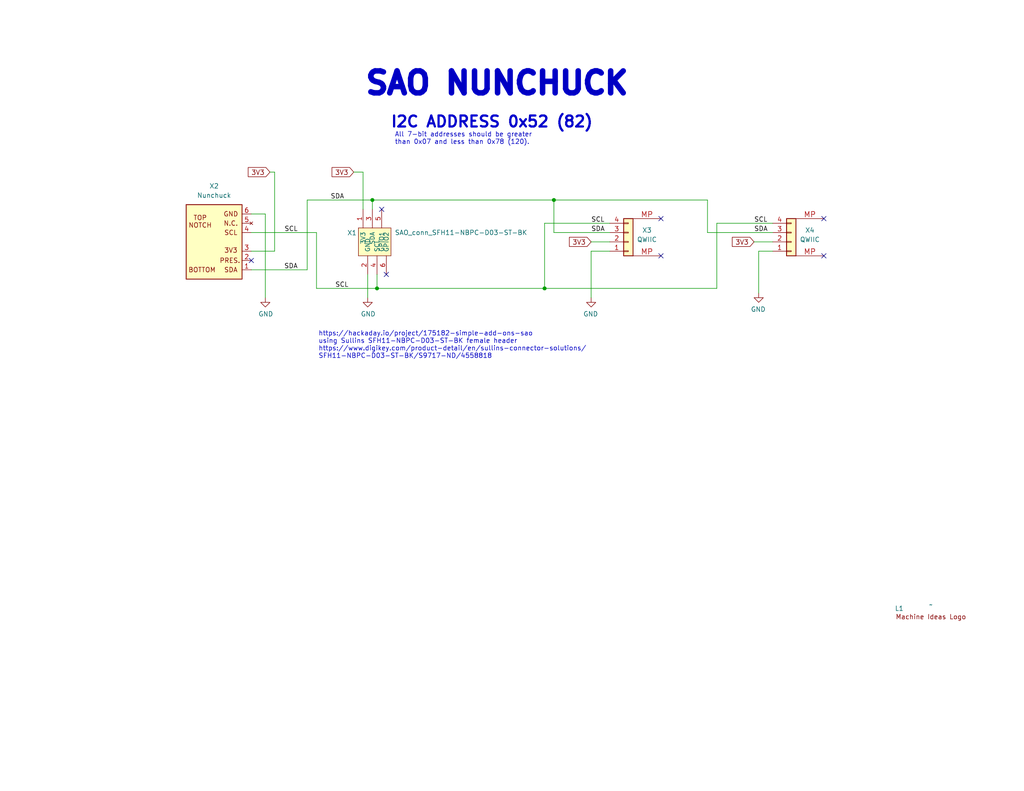
<source format=kicad_sch>
(kicad_sch (version 20231120) (generator "eeschema") (generator_version "8.0")
  (paper "A")
  (title_block (title "SAO Nunchuck") (date "2024-09-24") (rev "1.0") (company "Design by Andy and Jared Geppert @ www.MachineIdeas.com") (comment 4 "All non-polarized capacitors are X7R or X5R ceramic unless otherwise noted."))
  (lib_symbols
    (symbol "ANDY_SYMBOL_LIBRARY:Connector_QWIIC_4x1_MP" (pin_names (offset 1.016) hide)
      (property "Reference" "X4" (at 5.08 -3.175 0))
      (property "Value" "QWIIC" (at 5.08 -0.635 0))
      (symbol "Connector_QWIIC_4x1_MP_1_1"
        (rectangle (start -1.27 -4.953) (end 0 -5.207) (stroke (width 0.1524)))
        (rectangle (start -1.27 -2.413) (end 0 -2.667) (stroke (width 0.1524)))
        (rectangle (start -1.27 0.127) (end 0 -0.127) (stroke (width 0.1524)))
        (rectangle (start -1.27 2.667) (end 0 2.413) (stroke (width 0.1524)))
        (rectangle (start -1.27 3.81) (end 1.27 -6.35) (stroke (width 0.254)) (fill (type background)))
        (pin passive line (at -5.08 2.54 0) (length 3.81) (name "Pin_1") (number "1"))
        (pin passive line (at -5.08 0 0) (length 3.81) (name "Pin_2") (number "2"))
        (pin passive line (at -5.08 -2.54 0) (length 3.81) (name "Pin_3") (number "3"))
        (pin passive line (at -5.08 -5.08 0) (length 3.81) (name "Pin_4") (number "4"))
        (pin free line (at 8.89 -6.35 180) (length 7.62) (name "MP") (number "MP"))
        (pin free line (at 8.89 3.81 180) (length 7.62) (name "MP") (number "MP"))
      )
    )
    (symbol "ANDY_SYMBOL_LIBRARY:GND" (power) (pin_names (offset 0))
      (property "Value" "GND" (at 3.937 -1.905 0))
      (symbol "GND_0_1"
        (polyline (pts (xy 0 0) (xy 0 -1.27) (xy 1.27 -1.27) (xy 0 -2.54) (xy -1.27 -1.27) (xy 0 -1.27)))
      )
      (symbol "GND_1_1"
        (pin power_in line (at 0 0 270) (length 0) hide (name "GND") (number "1"))
      )
    )
    (symbol "ANDY_SYMBOL_LIBRARY:Machine_Ideas_Logo"
      (property "Reference" "L" (at 0 0 0))
      (symbol "Machine_Ideas_Logo_1_1"
        (text "Machine Ideas Logo" (at 8.89 -2.032 0) (effects (font (size 1.27 1.27))))
      )
    )
    (symbol "ANDY_SYMBOL_LIBRARY:Nunchuck-male" (pin_names (offset 1.016))
      (property "Reference" "J" (at -5.08 13.97 0))
      (property "Value" "Nunchuck-male" (at 2.54 13.97 0))
      (symbol "Nunchuck-male_0_1"
        (rectangle (start -7.62 10.16) (end 7.62 -10.16) (stroke (width 0.254)) (fill (type background)))
      )
      (symbol "Nunchuck-male_1_1"
        (text "3V3" (at 4.572 -2.286 0) (effects (font (size 1.27 1.27))))
        (text "BOTTOM" (at -3.302 -7.62 0) (effects (font (size 1.27 1.27))))
        (text "GND" (at 4.572 7.62 0) (effects (font (size 1.27 1.27))))
        (text "N.C." (at 4.572 5.08 0) (effects (font (size 1.27 1.27))))
        (text "PRES." (at 4.318 -5.08 0) (effects (font (size 1.27 1.27))))
        (text "SCL" (at 4.572 2.54 0) (effects (font (size 1.27 1.27))))
        (text "SDA" (at 4.572 -7.62 0) (effects (font (size 1.27 1.27))))
        (text "TOP\nNOTCH" (at -3.81 5.588 0) (effects (font (size 1.27 1.27))))
        (pin bidirectional line (at 10.16 -7.62 180) (length 2.54) (name "~") (number "1"))
        (pin output line (at 10.16 -5.08 180) (length 2.54) (name "~") (number "2"))
        (pin input line (at 10.16 -2.54 180) (length 2.54) (name "~") (number "3"))
        (pin passive line (at 10.16 2.54 180) (length 2.54) (name "~") (number "4"))
        (pin no_connect line (at 10.16 5.08 180) (length 2.54) (name "~") (number "5"))
        (pin power_in line (at 10.16 7.62 180) (length 2.54) (name "~") (number "6"))
      )
    )
    (symbol "ANDY_SYMBOL_LIBRARY:SAO_conn_SFH11-NBPC-D03-ST-BK-badgelife_shitty_addon_v169bis" (pin_names (offset 1.016))
      (property "Reference" "X1" (at -8.1534 1.1938 0))
      (property "Value" "SAO_conn_SFH11-NBPC-D03-ST-BK" (at -10.6934 -18.9484 0))
      (symbol "SAO_conn_SFH11-NBPC-D03-ST-BK-badgelife_shitty_addon_v169bis_0_1"
        (rectangle (start -5.08 2.54) (end 3.81 -5.08) (fill (type background)))
      )
      (symbol "SAO_conn_SFH11-NBPC-D03-ST-BK-badgelife_shitty_addon_v169bis_1_1"
        (pin input line (at -3.81 7.62 270) (length 5.08) (name "3V3") (number "1"))
        (pin input line (at -2.54 -10.16 90) (length 5.08) (name "GND") (number "2"))
        (pin bidirectional line (at -1.27 7.62 270) (length 5.08) (name "SDA") (number "3"))
        (pin bidirectional line (at 0 -10.16 90) (length 5.08) (name "SCL") (number "4"))
        (pin bidirectional line (at 1.27 7.62 270) (length 5.08) (name "GPIO1") (number "5"))
        (pin bidirectional line (at 2.54 -10.16 90) (length 5.08) (name "GPIO2") (number "6"))
      )
    )
    (symbol "GND_1" (power) (pin_numbers hide) (pin_names (offset 0) hide)
      (property "Value" "GND" (at 0 -3.81 0))
      (symbol "GND_1_0_1"
        (polyline (pts (xy 0 0) (xy 0 -1.27) (xy 1.27 -1.27) (xy 0 -2.54) (xy -1.27 -1.27) (xy 0 -1.27)))
      )
      (symbol "GND_1_1_1"
        (pin power_in line (at 0 0 270) (length 0) (name "~") (number "1"))
      )
    )
    (symbol "power:GND" (power) (pin_names (offset 0))
      (property "Value" "GND" (at 0 -3.81 0))
      (symbol "GND_0_1"
        (polyline (pts (xy 0 0) (xy 0 -1.27) (xy 1.27 -1.27) (xy 0 -2.54) (xy -1.27 -1.27) (xy 0 -1.27)))
      )
      (symbol "GND_1_1"
        (pin power_in line (at 0 0 270) (length 0) hide (name "GND") (number "1"))
      )
    )
  )
  (bus_alias "CA_SHIFT_REGISTER_BUS" (members "CM_SR_CLK" "CM_SR_LAT" "CM_SR_~{OE}" "CM_SR_SER1"))
  (bus_alias "CM_TRANSISTOR_DRIVE_BUS" (members "CM_Q1N" "CM_Q1P" "CM_Q2N" "CM_Q2P" "CM_Q3N" "CM_Q3P" "CM_Q4N" "CM_Q4P" "CM_Q5N" "CM_Q5P" "CM_Q6N" "CM_Q6P" "CM_Q7N" "CM_Q7P" "CM_Q8N" "CM_Q8P" "CM_Q9N" "CM_Q9P" "CM_Q10N" "CM_Q10P" "CA_SR_GPO_A" "CA_SR_GPO_B" "CA_SR_GPO_C" "CA_SR_GPO_D"))
  (bus_alias "GPIO_CPS_BUS" (members "GPIO1_CP1_SAO1" "GPIO2_CP2_SAO2" "GPIO3_CP3_DC" "GPIO4_CP4_CS2" "GPIO5_CP5_HS1" "GPIO6_CP6_HS2" "GPIO7_CP7_HS3" "GPIO8_CP8_HS4"))
  (bus_alias "I2C_3V3_BUS" (members "I2C_3V3_SCL" "I2C_3V3_SDA"))
  (bus_alias "SPI_3V3_BUS" (members "SPI_CD" "SPI_RESET" "SPI_SDI" "SPI_CS1" "SPI_CLK" "SPI_SDO"))
  (junction (at 151.13 54.61))
  (junction (at 148.59 78.74))
  (junction (at 101.6 54.61))
  (junction (at 102.87 78.74))
  (no_connect (at 105.41 74.93))
  (no_connect (at 180.34 69.85))
  (no_connect (at 104.14 57.15))
  (no_connect (at 224.79 59.69))
  (no_connect (at 68.58 71.12))
  (no_connect (at 180.34 59.69))
  (no_connect (at 224.79 69.85))
  (wire (pts (xy 68.58 73.66) (xy 83.82 73.66)))
  (wire (pts (xy 102.87 78.74) (xy 102.87 74.93)))
  (wire (pts (xy 101.6 54.61) (xy 151.13 54.61)))
  (wire (pts (xy 195.58 60.96) (xy 210.82 60.96)))
  (wire (pts (xy 86.36 63.5) (xy 86.36 78.74)))
  (wire (pts (xy 96.52 46.99) (xy 99.06 46.99)))
  (wire (pts (xy 102.87 78.74) (xy 148.59 78.74)))
  (wire (pts (xy 195.58 60.96) (xy 195.58 78.74)))
  (wire (pts (xy 68.58 58.42) (xy 72.39 58.42)))
  (wire (pts (xy 148.59 78.74) (xy 195.58 78.74)))
  (wire (pts (xy 166.37 68.58) (xy 161.29 68.58)))
  (wire (pts (xy 166.37 66.04) (xy 161.29 66.04)))
  (wire (pts (xy 148.59 78.74) (xy 148.59 60.96)))
  (wire (pts (xy 83.82 54.61) (xy 101.6 54.61)))
  (wire (pts (xy 210.82 66.04) (xy 205.74 66.04)))
  (wire (pts (xy 101.6 54.61) (xy 101.6 57.15)))
  (wire (pts (xy 73.66 46.99) (xy 74.93 46.99)))
  (wire (pts (xy 161.29 68.58) (xy 161.29 81.28)))
  (wire (pts (xy 74.93 46.99) (xy 74.93 68.58)))
  (wire (pts (xy 68.58 63.5) (xy 86.36 63.5)))
  (wire (pts (xy 193.04 63.5) (xy 193.04 54.61)))
  (wire (pts (xy 193.04 63.5) (xy 210.82 63.5)))
  (wire (pts (xy 83.82 54.61) (xy 83.82 73.66)))
  (wire (pts (xy 72.39 58.42) (xy 72.39 81.28)))
  (wire (pts (xy 74.93 68.58) (xy 68.58 68.58)))
  (wire (pts (xy 100.33 81.28) (xy 100.33 74.93)))
  (wire (pts (xy 148.59 60.96) (xy 166.37 60.96)))
  (wire (pts (xy 207.01 80.01) (xy 207.01 68.58)))
  (wire (pts (xy 151.13 54.61) (xy 193.04 54.61)))
  (wire (pts (xy 151.13 63.5) (xy 151.13 54.61)))
  (wire (pts (xy 207.01 68.58) (xy 210.82 68.58)))
  (wire (pts (xy 166.37 63.5) (xy 151.13 63.5)))
  (wire (pts (xy 102.87 78.74) (xy 86.36 78.74)))
  (wire (pts (xy 99.06 46.99) (xy 99.06 57.15)))
  (text "https://hackaday.io/project/175182-simple-add-ons-sao\nusing Sullins SFH11-NBPC-D03-ST-BK female header\nhttps://www.digikey.com/product-detail/en/sullins-connector-solutions/\nSFH11-NBPC-D03-ST-BK/S9717-ND/4558818" (at 86.868 98.044 0) (effects (font (size 1.27 1.27)) (justify left bottom)))
  (text "I2C ADDRESS 0x52 (82)" (at 106.426 35.179 0) (effects (font (size 2.9972 2.9972) (thickness 0.5994) (bold yes)) (justify left bottom)))
  (text "SAO NUNCHUCK" (at 99.06 26.416 0) (effects (font (size 6 6) (thickness 1.6) (bold yes)) (justify left bottom)))
  (text "All 7-bit addresses should be greater\nthan 0x07 and less than 0x78 (120)." (at 107.696 39.624 0) (effects (font (size 1.27 1.27)) (justify left bottom)))
  (label "SDA" (at 90.17 54.61 0))
  (label "SCL" (at 91.44 78.74 0))
  (label "SCL" (at 205.74 60.96 0))
  (label "SDA" (at 161.29 63.5 0))
  (label "SCL" (at 161.29 60.96 0))
  (label "SDA" (at 81.28 73.66 180))
  (label "SCL" (at 81.28 63.5 180))
  (label "SDA" (at 205.74 63.5 0))
  (global_label "3V3" (shape input) (at 205.74 66.04 180) (property "Intersheetrefs" "${INTERSHEET_REFS}" (effects (hide yes))))
  (global_label "3V3" (shape input) (at 73.66 46.99 180) (property "Intersheetrefs" "${INTERSHEET_REFS}" (effects (hide yes))))
  (global_label "3V3" (shape input) (at 96.52 46.99 180) (property "Intersheetrefs" "${INTERSHEET_REFS}" (effects (hide yes))))
  (global_label "3V3" (shape input) (at 161.29 66.04 180) (property "Intersheetrefs" "${INTERSHEET_REFS}" (effects (hide yes))))
  (symbol (lib_id "ANDY_SYMBOL_LIBRARY:Nunchuck-male") (at 58.42 66.04 0) (unit 1)
    (property "Reference" "X2" (at 58.42 50.8 0))
    (property "Value" "Nunchuck" (at 58.42 53.34 0))
    (property "Footprint" "Andy_Footprint_Library:Nunchuk-male" (effects (hide yes)))
    (property "Description" "Nunchuck-male" (effects (hide yes)))
  )
  (symbol (lib_id "ANDY_SYMBOL_LIBRARY:GND") (at 100.33 81.28 0) (unit 1)
    (property "Reference" "#PWR02" (effects (hide yes)))
    (property "Value" "GND" (at 100.457 85.725 0))
  )
  (symbol (lib_id "ANDY_SYMBOL_LIBRARY:Machine_Ideas_Logo") (at 245.11 166.37 0) (unit 1)
    (property "Reference" "L1" (at 245.364 166.116 0))
    (property "Value" "~" (at 254 165.1 0))
    (property "Footprint" "Andy_Footprint_Library:Machine_Ideas_logo" (effects (hide yes)))
  )
  (symbol (lib_name "GND_1") (lib_id "power:GND") (at 207.01 80.01 0) (mirror y) (unit 1)
    (property "Reference" "#PWR04" (effects (hide yes)))
    (property "Value" "GND" (at 206.883 84.455 0))
    (property "Description" "Power symbol creates a global label with name \"GND\" , ground" (effects (hide yes)))
  )
  (symbol (lib_name "ANDY_SYMBOL_LIBRARY:Connector_QWIIC_4x1_MP") (lib_id "ANDY_SYMBOL_LIBRARY:Connector_QWIIC_4x1_MP") (at 171.45 66.04 0) (mirror x) (unit 1)
    (property "Reference" "X3" (at 176.53 62.865 0))
    (property "Value" "QWIIC" (at 176.53 65.405 0))
    (property "Footprint" "Connector_JST:JST_SH_SM04B-SRSS-TB_1x04-1MP_P1.00mm_Horizontal" (effects (hide yes)))
    (property "Description" "JST_SH_SM04B-SRSS-TB_1x04" (effects (hide yes)))
    (property "LCSC" "C160404" (effects (hide yes)))
    (property "Insert" "YES" (effects (hide yes)))
    (property "Digi-Key_PN" "455-SM04B-SRSS-TBTR-ND" (effects (hide yes)))
    (property "MPN" "SM04B-SRSS-TB" (effects (hide yes)))
    (property "Manufacturer" "JST" (effects (hide yes)))
  )
  (symbol (lib_name "ANDY_SYMBOL_LIBRARY:Connector_QWIIC_4x1_MP") (lib_id "ANDY_SYMBOL_LIBRARY:Connector_QWIIC_4x1_MP") (at 215.9 66.04 0) (mirror x) (unit 1)
    (property "Reference" "X4" (at 220.98 62.865 0))
    (property "Value" "QWIIC" (at 220.98 65.405 0))
    (property "Footprint" "Andy_Footprint_Library:JST_SH_SM04B-SRSS-TB_1x04-1MP_P1.00mm_Horizontal_QWIIC" (effects (hide yes)))
    (property "Description" "JST_SH_SM04B-SRSS-TB_1x04" (effects (hide yes)))
    (property "LCSC" "C160404" (effects (hide yes)))
    (property "Insert" "YES" (effects (hide yes)))
    (property "Digi-Key_PN" "455-SM04B-SRSS-TBTR-ND" (effects (hide yes)))
    (property "MPN" "SM04B-SRSS-TB" (effects (hide yes)))
    (property "Manufacturer" "JST" (effects (hide yes)))
  )
  (symbol (lib_id "ANDY_SYMBOL_LIBRARY:SAO_conn_SFH11-NBPC-D03-ST-BK-badgelife_shitty_addon_v169bis") (at 102.87 64.77 0) (unit 1)
    (property "Reference" "X1" (at 94.7166 63.5762 0) (effects (justify left)))
    (property "Value" "SAO_conn_SFH11-NBPC-D03-ST-BK" (at 107.696 63.5 0) (effects (justify left)))
    (property "Footprint" "Andy_Footprint_Library:Badgelife-SAOv169-BADGE-2x3-Edge-Connect-no-front-text" (effects (hide yes)))
    (property "Description" "CONN HDR 6POS KEYED SOCKET 0.1 T.H." (effects (hide yes)))
    (property "MPN" "SFH11-NBPC-D03-ST-BK" (effects (hide yes)))
    (property "Manufacturer_Name" "Sullins" (effects (hide yes)))
    (property "Insert?" "Yes" (effects (hide yes)))
    (property "Populate" "DNP" (effects (hide yes)))
    (property "User Optional" "yes" (effects (hide yes)))
  )
  (symbol (lib_id "power:GND") (at 161.29 81.28 0) (mirror y) (unit 1)
    (property "Reference" "#PWR03" (effects (hide yes)))
    (property "Value" "GND" (at 161.163 85.725 0))
  )
  (symbol (lib_id "ANDY_SYMBOL_LIBRARY:GND") (at 72.39 81.28 0) (unit 1)
    (property "Reference" "#PWR01" (effects (hide yes)))
    (property "Value" "GND" (at 72.517 85.725 0))
  )
)
</source>
